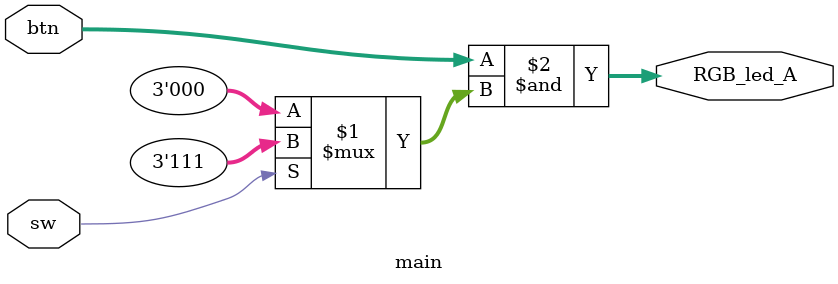
<source format=v>
`timescale 1ns/1ps
module main(
	input [0:0] sw,
	input [2:0] btn,
	output [2:0] RGB_led_A
);

assign RGB_led_A = btn & (sw ? 3'b111 : 3'b000);

endmodule

</source>
